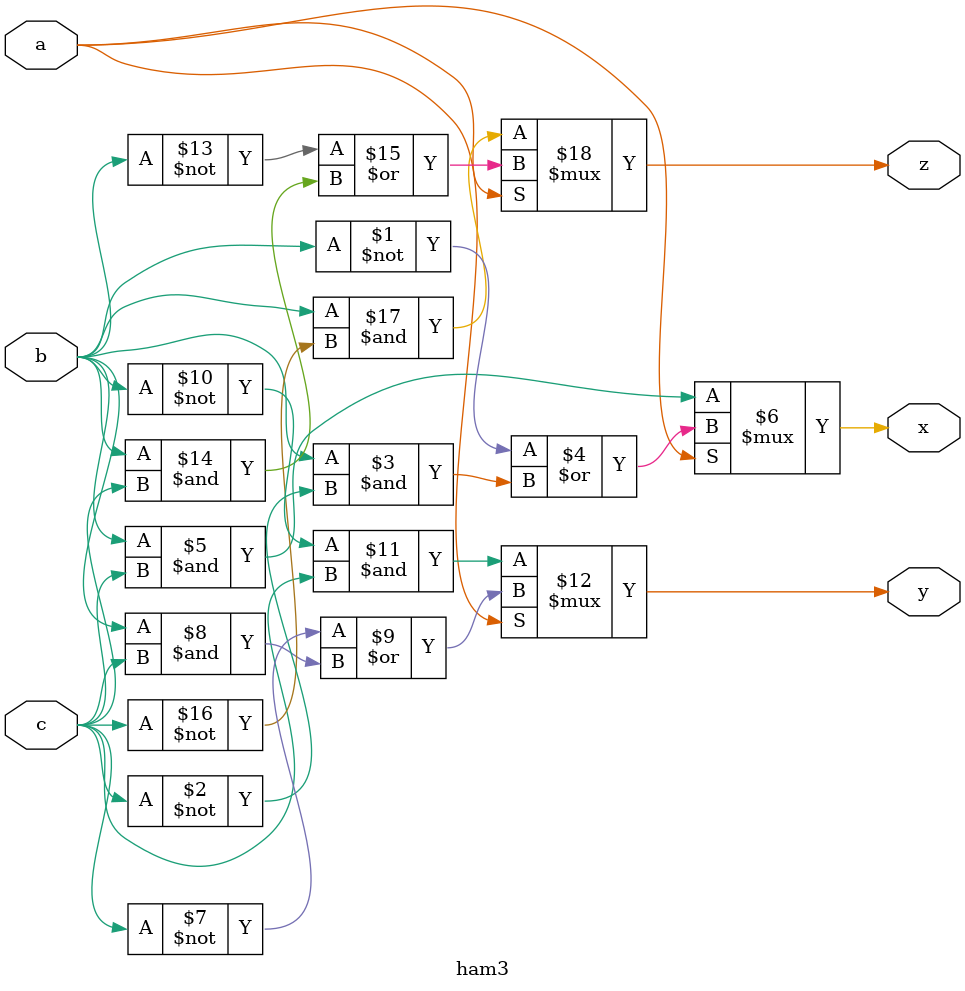
<source format=v>

module ham3 ( 
    a, b, c,
    x, y, z  );
  input  a, b, c;
  output x, y, z;
  assign x = a ? (~b | (b & ~c)) : (b & c);
  assign y = a ? (~c | (b & c)) : (~b & c);
  assign z = a ? (~b | (b & c)) : (b & ~c);
endmodule



</source>
